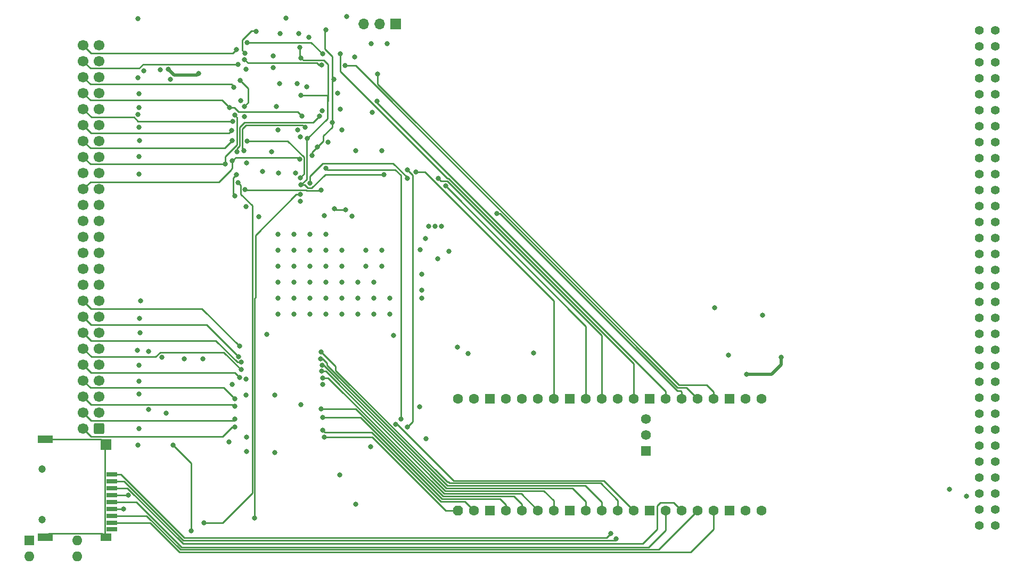
<source format=gbr>
%TF.GenerationSoftware,KiCad,Pcbnew,8.0.7*%
%TF.CreationDate,2024-12-24T20:08:54+01:00*%
%TF.ProjectId,Desktop_50_Pin_TopConn,4465736b-746f-4705-9f35-305f50696e5f,1.01*%
%TF.SameCoordinates,Original*%
%TF.FileFunction,Copper,L4,Bot*%
%TF.FilePolarity,Positive*%
%FSLAX46Y46*%
G04 Gerber Fmt 4.6, Leading zero omitted, Abs format (unit mm)*
G04 Created by KiCad (PCBNEW 8.0.7) date 2024-12-24 20:08:54*
%MOMM*%
%LPD*%
G01*
G04 APERTURE LIST*
G04 Aperture macros list*
%AMRoundRect*
0 Rectangle with rounded corners*
0 $1 Rounding radius*
0 $2 $3 $4 $5 $6 $7 $8 $9 X,Y pos of 4 corners*
0 Add a 4 corners polygon primitive as box body*
4,1,4,$2,$3,$4,$5,$6,$7,$8,$9,$2,$3,0*
0 Add four circle primitives for the rounded corners*
1,1,$1+$1,$2,$3*
1,1,$1+$1,$4,$5*
1,1,$1+$1,$6,$7*
1,1,$1+$1,$8,$9*
0 Add four rect primitives between the rounded corners*
20,1,$1+$1,$2,$3,$4,$5,0*
20,1,$1+$1,$4,$5,$6,$7,0*
20,1,$1+$1,$6,$7,$8,$9,0*
20,1,$1+$1,$8,$9,$2,$3,0*%
%AMFreePoly0*
4,1,26,0.335306,0.780194,0.389950,0.741421,0.741421,0.389950,0.788777,0.314585,0.800000,0.248529,0.800000,-0.248529,0.780194,-0.335306,0.741421,-0.389950,0.389950,-0.741421,0.314585,-0.788777,0.248529,-0.800000,0.000000,-0.800000,-0.248529,-0.800000,-0.335306,-0.780194,-0.389950,-0.741421,-0.741421,-0.389950,-0.788777,-0.314585,-0.800000,-0.248529,-0.800000,0.248529,-0.780194,0.335306,
-0.741421,0.389950,-0.389950,0.741421,-0.314585,0.788777,-0.248529,0.800000,0.248529,0.800000,0.335306,0.780194,0.335306,0.780194,$1*%
G04 Aperture macros list end*
%TA.AperFunction,ComponentPad*%
%ADD10RoundRect,0.250000X0.600000X0.600000X-0.600000X0.600000X-0.600000X-0.600000X0.600000X-0.600000X0*%
%TD*%
%TA.AperFunction,ComponentPad*%
%ADD11C,1.700000*%
%TD*%
%TA.AperFunction,ComponentPad*%
%ADD12C,1.422400*%
%TD*%
%TA.AperFunction,ComponentPad*%
%ADD13R,1.600000X1.600000*%
%TD*%
%TA.AperFunction,ComponentPad*%
%ADD14O,1.600000X1.600000*%
%TD*%
%TA.AperFunction,ComponentPad*%
%ADD15R,1.700000X1.700000*%
%TD*%
%TA.AperFunction,ComponentPad*%
%ADD16O,1.700000X1.700000*%
%TD*%
%TA.AperFunction,ComponentPad*%
%ADD17FreePoly0,90.000000*%
%TD*%
%TA.AperFunction,ComponentPad*%
%ADD18C,1.600000*%
%TD*%
%TA.AperFunction,ComponentPad*%
%ADD19RoundRect,0.200000X0.600000X-0.600000X0.600000X0.600000X-0.600000X0.600000X-0.600000X-0.600000X0*%
%TD*%
%TA.AperFunction,ComponentPad*%
%ADD20R,1.574800X1.574800*%
%TD*%
%TA.AperFunction,ComponentPad*%
%ADD21C,1.574800*%
%TD*%
%TA.AperFunction,WasherPad*%
%ADD22C,1.200000*%
%TD*%
%TA.AperFunction,SMDPad,CuDef*%
%ADD23R,1.700000X0.700000*%
%TD*%
%TA.AperFunction,SMDPad,CuDef*%
%ADD24R,2.400000X1.300000*%
%TD*%
%TA.AperFunction,SMDPad,CuDef*%
%ADD25R,1.700000X1.300000*%
%TD*%
%TA.AperFunction,SMDPad,CuDef*%
%ADD26R,1.700000X1.800000*%
%TD*%
%TA.AperFunction,ViaPad*%
%ADD27C,0.800000*%
%TD*%
%TA.AperFunction,Conductor*%
%ADD28C,0.250000*%
%TD*%
%TA.AperFunction,Conductor*%
%ADD29C,0.500000*%
%TD*%
G04 APERTURE END LIST*
D10*
%TO.P,J2,1,Pin_1*%
%TO.N,GND*%
X-7750000Y-69950000D03*
D11*
%TO.P,J2,2,Pin_2*%
%TO.N,DB0*%
X-10290000Y-69950000D03*
%TO.P,J2,3,Pin_3*%
%TO.N,GND*%
X-7750000Y-67410000D03*
%TO.P,J2,4,Pin_4*%
%TO.N,DB1*%
X-10290000Y-67410000D03*
%TO.P,J2,5,Pin_5*%
%TO.N,GND*%
X-7750000Y-64870000D03*
%TO.P,J2,6,Pin_6*%
%TO.N,DB2*%
X-10290000Y-64870000D03*
%TO.P,J2,7,Pin_7*%
%TO.N,GND*%
X-7750000Y-62330000D03*
%TO.P,J2,8,Pin_8*%
%TO.N,DB3*%
X-10290000Y-62330000D03*
%TO.P,J2,9,Pin_9*%
%TO.N,GND*%
X-7750000Y-59790000D03*
%TO.P,J2,10,Pin_10*%
%TO.N,DB4*%
X-10290000Y-59790000D03*
%TO.P,J2,11,Pin_11*%
%TO.N,GND*%
X-7750000Y-57250000D03*
%TO.P,J2,12,Pin_12*%
%TO.N,DB5*%
X-10290000Y-57250000D03*
%TO.P,J2,13,Pin_13*%
%TO.N,GND*%
X-7750000Y-54710000D03*
%TO.P,J2,14,Pin_14*%
%TO.N,DB6*%
X-10290000Y-54710000D03*
%TO.P,J2,15,Pin_15*%
%TO.N,GND*%
X-7750000Y-52170000D03*
%TO.P,J2,16,Pin_16*%
%TO.N,DB7*%
X-10290000Y-52170000D03*
%TO.P,J2,17,Pin_17*%
%TO.N,GND*%
X-7750000Y-49630000D03*
%TO.P,J2,18,Pin_18*%
%TO.N,DBP*%
X-10290000Y-49630000D03*
%TO.P,J2,19,Pin_19*%
%TO.N,GND*%
X-7750000Y-47090000D03*
%TO.P,J2,20,Pin_20*%
%TO.N,unconnected-(J2-Pin_20-Pad20)*%
X-10290000Y-47090000D03*
%TO.P,J2,21,Pin_21*%
%TO.N,GND*%
X-7750000Y-44550000D03*
%TO.P,J2,22,Pin_22*%
%TO.N,unconnected-(J2-Pin_22-Pad22)*%
X-10290000Y-44550000D03*
%TO.P,J2,23,Pin_23*%
%TO.N,GND*%
X-7750000Y-42010000D03*
%TO.P,J2,24,Pin_24*%
%TO.N,unconnected-(J2-Pin_24-Pad24)*%
X-10290000Y-42010000D03*
%TO.P,J2,25,Pin_25*%
%TO.N,unconnected-(J2-Pin_25-Pad25)*%
X-7750000Y-39470000D03*
%TO.P,J2,26,Pin_26*%
%TO.N,+5V*%
X-10290000Y-39470000D03*
%TO.P,J2,27,Pin_27*%
%TO.N,GND*%
X-7750000Y-36930000D03*
%TO.P,J2,28,Pin_28*%
%TO.N,unconnected-(J2-Pin_28-Pad28)*%
X-10290000Y-36930000D03*
%TO.P,J2,29,Pin_29*%
%TO.N,GND*%
X-7750000Y-34390000D03*
%TO.P,J2,30,Pin_30*%
%TO.N,unconnected-(J2-Pin_30-Pad30)*%
X-10290000Y-34390000D03*
%TO.P,J2,31,Pin_31*%
%TO.N,GND*%
X-7750000Y-31850000D03*
%TO.P,J2,32,Pin_32*%
%TO.N,ATN*%
X-10290000Y-31850000D03*
%TO.P,J2,33,Pin_33*%
%TO.N,GND*%
X-7750000Y-29310000D03*
%TO.P,J2,34,Pin_34*%
%TO.N,unconnected-(J2-Pin_34-Pad34)*%
X-10290000Y-29310000D03*
%TO.P,J2,35,Pin_35*%
%TO.N,GND*%
X-7750000Y-26770000D03*
%TO.P,J2,36,Pin_36*%
%TO.N,BSY*%
X-10290000Y-26770000D03*
%TO.P,J2,37,Pin_37*%
%TO.N,GND*%
X-7750000Y-24230000D03*
%TO.P,J2,38,Pin_38*%
%TO.N,ACK*%
X-10290000Y-24230000D03*
%TO.P,J2,39,Pin_39*%
%TO.N,GND*%
X-7750000Y-21690000D03*
%TO.P,J2,40,Pin_40*%
%TO.N,RST*%
X-10290000Y-21690000D03*
%TO.P,J2,41,Pin_41*%
%TO.N,GND*%
X-7750000Y-19150000D03*
%TO.P,J2,42,Pin_42*%
%TO.N,MSG*%
X-10290000Y-19150000D03*
%TO.P,J2,43,Pin_43*%
%TO.N,GND*%
X-7750000Y-16610000D03*
%TO.P,J2,44,Pin_44*%
%TO.N,SEL*%
X-10290000Y-16610000D03*
%TO.P,J2,45,Pin_45*%
%TO.N,GND*%
X-7750000Y-14070000D03*
%TO.P,J2,46,Pin_46*%
%TO.N,CD*%
X-10290000Y-14070000D03*
%TO.P,J2,47,Pin_47*%
%TO.N,GND*%
X-7750000Y-11530000D03*
%TO.P,J2,48,Pin_48*%
%TO.N,REQ*%
X-10290000Y-11530000D03*
%TO.P,J2,49,Pin_49*%
%TO.N,GND*%
X-7750000Y-8990000D03*
%TO.P,J2,50,Pin_50*%
%TO.N,IO*%
X-10290000Y-8990000D03*
%TD*%
D12*
%TO.P,J1,A1,Pin_a1*%
%TO.N,unconnected-(J1-Pin_a1-PadA1)*%
X134710000Y-6630000D03*
%TO.P,J1,A2,Pin_a2*%
%TO.N,GND*%
X134710000Y-9170000D03*
%TO.P,J1,A3,Pin_a3*%
%TO.N,unconnected-(J1-Pin_a3-PadA3)*%
X134710000Y-11710000D03*
%TO.P,J1,A4,Pin_a4*%
%TO.N,unconnected-(J1-Pin_a4-PadA4)*%
X134710000Y-14250000D03*
%TO.P,J1,A5,Pin_a5*%
%TO.N,unconnected-(J1-Pin_a5-PadA5)*%
X134710000Y-16790000D03*
%TO.P,J1,A6,Pin_a6*%
%TO.N,unconnected-(J1-Pin_a6-PadA6)*%
X134710000Y-19330000D03*
%TO.P,J1,A7,Pin_a7*%
%TO.N,unconnected-(J1-Pin_a7-PadA7)*%
X134710000Y-21870000D03*
%TO.P,J1,A8,Pin_a8*%
%TO.N,unconnected-(J1-Pin_a8-PadA8)*%
X134710000Y-24410000D03*
%TO.P,J1,A9,Pin_a9*%
%TO.N,unconnected-(J1-Pin_a9-PadA9)*%
X134710000Y-26950000D03*
%TO.P,J1,A10,Pin_a10*%
%TO.N,unconnected-(J1-Pin_a10-PadA10)*%
X134710000Y-29490000D03*
%TO.P,J1,A11,Pin_a11*%
%TO.N,unconnected-(J1-Pin_a11-PadA11)*%
X134710000Y-32030000D03*
%TO.P,J1,A12,Pin_a12*%
%TO.N,unconnected-(J1-Pin_a12-PadA12)*%
X134710000Y-34570000D03*
%TO.P,J1,A13,Pin_a13*%
%TO.N,unconnected-(J1-Pin_a13-PadA13)*%
X134710000Y-37110000D03*
%TO.P,J1,A14,Pin_a14*%
%TO.N,unconnected-(J1-Pin_a14-PadA14)*%
X134710000Y-39650000D03*
%TO.P,J1,A15,Pin_a15*%
%TO.N,unconnected-(J1-Pin_a15-PadA15)*%
X134710000Y-42190000D03*
%TO.P,J1,A16,Pin_a16*%
%TO.N,unconnected-(J1-Pin_a16-PadA16)*%
X134710000Y-44730000D03*
%TO.P,J1,A17,Pin_a17*%
%TO.N,unconnected-(J1-Pin_a17-PadA17)*%
X134710000Y-47270000D03*
%TO.P,J1,A18,Pin_a18*%
%TO.N,unconnected-(J1-Pin_a18-PadA18)*%
X134710000Y-49810000D03*
%TO.P,J1,A19,Pin_a19*%
%TO.N,unconnected-(J1-Pin_a19-PadA19)*%
X134710000Y-52350000D03*
%TO.P,J1,A20,Pin_a20*%
%TO.N,unconnected-(J1-Pin_a20-PadA20)*%
X134710000Y-54890000D03*
%TO.P,J1,A21,Pin_a21*%
%TO.N,unconnected-(J1-Pin_a21-PadA21)*%
X134710000Y-57430000D03*
%TO.P,J1,A22,Pin_a22*%
%TO.N,unconnected-(J1-Pin_a22-PadA22)*%
X134710000Y-59970000D03*
%TO.P,J1,A23,Pin_a23*%
%TO.N,unconnected-(J1-Pin_a23-PadA23)*%
X134710000Y-62510000D03*
%TO.P,J1,A24,Pin_a24*%
%TO.N,unconnected-(J1-Pin_a24-PadA24)*%
X134710000Y-65050000D03*
%TO.P,J1,A25,Pin_a25*%
%TO.N,unconnected-(J1-Pin_a25-PadA25)*%
X134710000Y-67590000D03*
%TO.P,J1,A26,Pin_a26*%
%TO.N,unconnected-(J1-Pin_a26-PadA26)*%
X134710000Y-70130000D03*
%TO.P,J1,A27,Pin_a27*%
%TO.N,unconnected-(J1-Pin_a27-PadA27)*%
X134710000Y-72670000D03*
%TO.P,J1,A28,Pin_a28*%
%TO.N,unconnected-(J1-Pin_a28-PadA28)*%
X134710000Y-75210000D03*
%TO.P,J1,A29,Pin_a29*%
%TO.N,unconnected-(J1-Pin_a29-PadA29)*%
X134710000Y-77750000D03*
%TO.P,J1,A30,Pin_a30*%
%TO.N,unconnected-(J1-Pin_a30-PadA30)*%
X134710000Y-80290000D03*
%TO.P,J1,A31,Pin_a31*%
%TO.N,+5F*%
X134710000Y-82830000D03*
%TO.P,J1,A32,Pin_a32*%
%TO.N,unconnected-(J1-Pin_a32-PadA32)*%
X134710000Y-85370000D03*
%TO.P,J1,B1,Pin_b1*%
%TO.N,unconnected-(J1-Pin_b1-PadB1)*%
X132170000Y-6630000D03*
%TO.P,J1,B2,Pin_b2*%
%TO.N,GND*%
X132170000Y-9170000D03*
%TO.P,J1,B3,Pin_b3*%
%TO.N,unconnected-(J1-Pin_b3-PadB3)*%
X132170000Y-11710000D03*
%TO.P,J1,B4,Pin_b4*%
%TO.N,unconnected-(J1-Pin_b4-PadB4)*%
X132170000Y-14250000D03*
%TO.P,J1,B5,Pin_b5*%
%TO.N,unconnected-(J1-Pin_b5-PadB5)*%
X132170000Y-16790000D03*
%TO.P,J1,B6,Pin_b6*%
%TO.N,unconnected-(J1-Pin_b6-PadB6)*%
X132170000Y-19330000D03*
%TO.P,J1,B7,Pin_b7*%
%TO.N,unconnected-(J1-Pin_b7-PadB7)*%
X132170000Y-21870000D03*
%TO.P,J1,B8,Pin_b8*%
%TO.N,unconnected-(J1-Pin_b8-PadB8)*%
X132170000Y-24410000D03*
%TO.P,J1,B9,Pin_b9*%
%TO.N,unconnected-(J1-Pin_b9-PadB9)*%
X132170000Y-26950000D03*
%TO.P,J1,B10,Pin_b10*%
%TO.N,unconnected-(J1-Pin_b10-PadB10)*%
X132170000Y-29490000D03*
%TO.P,J1,B11,Pin_b11*%
%TO.N,unconnected-(J1-Pin_b11-PadB11)*%
X132170000Y-32030000D03*
%TO.P,J1,B12,Pin_b12*%
%TO.N,unconnected-(J1-Pin_b12-PadB12)*%
X132170000Y-34570000D03*
%TO.P,J1,B13,Pin_b13*%
%TO.N,unconnected-(J1-Pin_b13-PadB13)*%
X132170000Y-37110000D03*
%TO.P,J1,B14,Pin_b14*%
%TO.N,unconnected-(J1-Pin_b14-PadB14)*%
X132170000Y-39650000D03*
%TO.P,J1,B15,Pin_b15*%
%TO.N,unconnected-(J1-Pin_b15-PadB15)*%
X132170000Y-42190000D03*
%TO.P,J1,B16,Pin_b16*%
%TO.N,unconnected-(J1-Pin_b16-PadB16)*%
X132170000Y-44730000D03*
%TO.P,J1,B17,Pin_b17*%
%TO.N,unconnected-(J1-Pin_b17-PadB17)*%
X132170000Y-47270000D03*
%TO.P,J1,B18,Pin_b18*%
%TO.N,unconnected-(J1-Pin_b18-PadB18)*%
X132170000Y-49810000D03*
%TO.P,J1,B19,Pin_b19*%
%TO.N,unconnected-(J1-Pin_b19-PadB19)*%
X132170000Y-52350000D03*
%TO.P,J1,B20,Pin_b20*%
%TO.N,unconnected-(J1-Pin_b20-PadB20)*%
X132170000Y-54890000D03*
%TO.P,J1,B21,Pin_b21*%
%TO.N,unconnected-(J1-Pin_b21-PadB21)*%
X132170000Y-57430000D03*
%TO.P,J1,B22,Pin_b22*%
%TO.N,unconnected-(J1-Pin_b22-PadB22)*%
X132170000Y-59970000D03*
%TO.P,J1,B23,Pin_b23*%
%TO.N,unconnected-(J1-Pin_b23-PadB23)*%
X132170000Y-62510000D03*
%TO.P,J1,B24,Pin_b24*%
%TO.N,unconnected-(J1-Pin_b24-PadB24)*%
X132170000Y-65050000D03*
%TO.P,J1,B25,Pin_b25*%
%TO.N,unconnected-(J1-Pin_b25-PadB25)*%
X132170000Y-67590000D03*
%TO.P,J1,B26,Pin_b26*%
%TO.N,unconnected-(J1-Pin_b26-PadB26)*%
X132170000Y-70130000D03*
%TO.P,J1,B27,Pin_b27*%
%TO.N,unconnected-(J1-Pin_b27-PadB27)*%
X132170000Y-72670000D03*
%TO.P,J1,B28,Pin_b28*%
%TO.N,unconnected-(J1-Pin_b28-PadB28)*%
X132170000Y-75210000D03*
%TO.P,J1,B29,Pin_b29*%
%TO.N,unconnected-(J1-Pin_b29-PadB29)*%
X132170000Y-77750000D03*
%TO.P,J1,B30,Pin_b30*%
%TO.N,unconnected-(J1-Pin_b30-PadB30)*%
X132170000Y-80290000D03*
%TO.P,J1,B31,Pin_b31*%
%TO.N,+5F*%
X132170000Y-82830000D03*
%TO.P,J1,B32,Pin_b32*%
%TO.N,unconnected-(J1-Pin_b32-PadB32)*%
X132170000Y-85370000D03*
%TD*%
D13*
%TO.P,J13,1*%
%TO.N,ACKDr*%
X-18851000Y-87731000D03*
D14*
%TO.P,J13,2*%
%TO.N,GND*%
X-18851000Y-90271000D03*
%TO.P,J13,3*%
%TO.N,TRM_ON_J*%
X-11231000Y-90271000D03*
%TO.P,J13,4*%
%TO.N,ACK*%
X-11231000Y-87731000D03*
%TD*%
D15*
%TO.P,J10,1,Pin_1*%
%TO.N,Net-(J10-Pin_1)*%
X39395200Y-5618200D03*
D16*
%TO.P,J10,2,Pin_2*%
%TO.N,oCD_iSEL*%
X36855200Y-5618200D03*
%TO.P,J10,3,Pin_3*%
%TO.N,Net-(J10-Pin_3)*%
X34315200Y-5618200D03*
%TD*%
D17*
%TO.P,RP1,1,G0*%
%TO.N,Net-(RP1-G0)*%
X49301200Y-83012000D03*
D18*
%TO.P,RP1,2,G1*%
%TO.N,Net-(RP1-G1)*%
X51841200Y-83012000D03*
D19*
%TO.P,RP1,3,GND*%
%TO.N,GND*%
X54381200Y-83012000D03*
D18*
%TO.P,RP1,4,G2*%
%TO.N,Net-(RP1-G2)*%
X56921200Y-83012000D03*
%TO.P,RP1,5,G3*%
%TO.N,Net-(RP1-G3)*%
X59461200Y-83012000D03*
%TO.P,RP1,6,G4*%
%TO.N,Net-(RP1-G4)*%
X62001200Y-83012000D03*
%TO.P,RP1,7,G5*%
%TO.N,Net-(RP1-G5)*%
X64541200Y-83012000D03*
D19*
%TO.P,RP1,8,GND*%
%TO.N,GND*%
X67081200Y-83012000D03*
D18*
%TO.P,RP1,9,G6*%
%TO.N,Net-(RP1-G6)*%
X69621200Y-83012000D03*
%TO.P,RP1,10,G7*%
%TO.N,Net-(RP1-G7)*%
X72161200Y-83012000D03*
%TO.P,RP1,11,G8*%
%TO.N,Net-(RP1-G8)*%
X74701200Y-83012000D03*
%TO.P,RP1,12,G9*%
%TO.N,DBPTr*%
X77241200Y-83012000D03*
D19*
%TO.P,RP1,13,GND*%
%TO.N,GND*%
X79781200Y-83012000D03*
D18*
%TO.P,RP1,14,G10*%
%TO.N,SD_CLK*%
X82321200Y-83012000D03*
%TO.P,RP1,15,G11*%
%TO.N,SD_CMD_MOSI*%
X84861200Y-83012000D03*
%TO.P,RP1,16,G12*%
%TO.N,SD_D0_MISO*%
X87401200Y-83012000D03*
%TO.P,RP1,17,G13*%
%TO.N,SD_D1*%
X89941200Y-83012000D03*
D19*
%TO.P,RP1,18,GND*%
%TO.N,GND*%
X92481200Y-83012000D03*
D18*
%TO.P,RP1,19,G14*%
%TO.N,SD_D2*%
X95021200Y-83012000D03*
%TO.P,RP1,20,G15*%
%TO.N,SD_D3_CS*%
X97561200Y-83012000D03*
%TO.P,RP1,21,G16*%
%TO.N,SDA*%
X97561200Y-65232000D03*
%TO.P,RP1,22,G17*%
%TO.N,SCL*%
X95021200Y-65232000D03*
D19*
%TO.P,RP1,23,GND*%
%TO.N,GND*%
X92481200Y-65232000D03*
D18*
%TO.P,RP1,24,G18*%
%TO.N,oCD_iSEL*%
X89941200Y-65232000D03*
%TO.P,RP1,25,G19*%
%TO.N,oREQ*%
X87401200Y-65232000D03*
%TO.P,RP1,26,G20*%
%TO.N,oMSG_iBSY*%
X84861200Y-65232000D03*
%TO.P,RP1,27,G21*%
%TO.N,oSEL*%
X82321200Y-65232000D03*
D19*
%TO.P,RP1,28,GND*%
%TO.N,GND*%
X79781200Y-65232000D03*
D18*
%TO.P,RP1,29,G22*%
%TO.N,oIO*%
X77241200Y-65232000D03*
%TO.P,RP1,30,RUN*%
%TO.N,unconnected-(RP1-RUN-Pad30)*%
X74701200Y-65232000D03*
%TO.P,RP1,31,G26*%
%TO.N,oACK*%
X72161200Y-65232000D03*
%TO.P,RP1,32,G27*%
%TO.N,oBSY*%
X69621200Y-65232000D03*
D19*
%TO.P,RP1,33,A_GND*%
%TO.N,GND*%
X67081200Y-65232000D03*
D18*
%TO.P,RP1,34,G28*%
%TO.N,Net-(RP1-G28)*%
X64541200Y-65232000D03*
%TO.P,RP1,35,ADC_VREF*%
%TO.N,unconnected-(RP1-ADC_VREF-Pad35)*%
X62001200Y-65232000D03*
%TO.P,RP1,36,3v3*%
%TO.N,+3V3*%
X59461200Y-65232000D03*
%TO.P,RP1,37,3v3_EN*%
%TO.N,unconnected-(RP1-3v3_EN-Pad37)*%
X56921200Y-65232000D03*
D19*
%TO.P,RP1,38,GND*%
%TO.N,GND*%
X54381200Y-65232000D03*
D18*
%TO.P,RP1,39,VSYS*%
%TO.N,unconnected-(RP1-VSYS-Pad39)_1*%
X51841200Y-65232000D03*
%TO.P,RP1,40,VBUS_5V*%
%TO.N,+5F*%
X49301200Y-65232000D03*
D20*
%TO.P,RP1,41*%
%TO.N,N/C*%
X79131200Y-73537800D03*
D21*
%TO.P,RP1,42*%
X79131200Y-70997800D03*
%TO.P,RP1,43*%
X79131200Y-68457800D03*
%TD*%
D22*
%TO.P,J4,*%
%TO.N,*%
X-16815000Y-84409000D03*
X-16815000Y-76409000D03*
D23*
%TO.P,J4,1,DAT2*%
%TO.N,SD_D2*%
X-5765000Y-77209000D03*
%TO.P,J4,2,DAT3/CD*%
%TO.N,SD_D3_CS*%
X-5765000Y-78309000D03*
%TO.P,J4,3,CMD*%
%TO.N,SD_CMD_MOSI*%
X-5765000Y-79409000D03*
%TO.P,J4,4,VDD*%
%TO.N,+3V3*%
X-5765000Y-80509000D03*
%TO.P,J4,5,CLK*%
%TO.N,SD_CLK*%
X-5765000Y-81609000D03*
%TO.P,J4,6,VSS*%
%TO.N,GND*%
X-5765000Y-82709000D03*
%TO.P,J4,7,DAT0*%
%TO.N,SD_D0_MISO*%
X-5765000Y-83809000D03*
%TO.P,J4,8,DAT1*%
%TO.N,SD_D1*%
X-5765000Y-84909000D03*
%TO.P,J4,9,CD*%
%TO.N,unconnected-(J4-CD-Pad9)*%
X-5765000Y-86009000D03*
D24*
%TO.P,J4,10,SHIELD*%
%TO.N,unconnected-(J4-SHIELD-Pad10)*%
X-16315000Y-87259000D03*
D25*
X-6715000Y-87259000D03*
D26*
X-6715000Y-72509000D03*
D24*
X-16315000Y-71659000D03*
%TD*%
D27*
%TO.N,GND*%
X44170400Y-71582000D03*
X20777000Y-29291000D03*
X15316000Y-20388000D03*
X-1448000Y-69931000D03*
X127457000Y-79583000D03*
X2235000Y-58628000D03*
X24333000Y-66121000D03*
X15652009Y-27683000D03*
X-1702000Y-57485000D03*
X43510000Y-47960000D03*
X92278000Y-58247000D03*
X-1346400Y-52430400D03*
X20396000Y-18750000D03*
X30454400Y-77373200D03*
X39039600Y-55173600D03*
X90119000Y-50754000D03*
X46050000Y-42930800D03*
X33045200Y-25760400D03*
X130124000Y-80726000D03*
X50876000Y-57993000D03*
X3530400Y-14432000D03*
X43510000Y-45420000D03*
X97684751Y-51969745D03*
X30175000Y-16591000D03*
X38049000Y-8717000D03*
X20650000Y-22446000D03*
X2870000Y-67518000D03*
X28066800Y-36072800D03*
X-1346400Y-24134800D03*
X-1448000Y-22052000D03*
X21031000Y-7103600D03*
X19888000Y-10723600D03*
X25222000Y-15575000D03*
X37160000Y-25735000D03*
X17652800Y-36276000D03*
X61289994Y-57916797D03*
X43154400Y-66502000D03*
X-1575000Y-72598000D03*
X33045200Y-81996000D03*
X31572000Y-4399000D03*
X35382000Y-72852000D03*
X32461000Y-36149000D03*
X15557506Y-34634788D03*
X15597804Y-12836795D03*
X1991792Y-12908000D03*
X35509000Y-8717000D03*
X18922800Y-55021200D03*
X15592227Y-62105153D03*
X12903000Y-72090000D03*
X24263522Y-33792867D03*
X43510000Y-49230000D03*
X-1295600Y-54767200D03*
X20904000Y-15067000D03*
X-1575000Y-20020000D03*
X-1143200Y-49636400D03*
X-1397200Y-26725600D03*
X76000Y-66883000D03*
X18237000Y-29037000D03*
X32842000Y-10876000D03*
X49225000Y-56977000D03*
X19684800Y-25912800D03*
X25603000Y-7701000D03*
X20142000Y-64597000D03*
X14775200Y-17849978D03*
X43256000Y-41483000D03*
X27762000Y-62946000D03*
X21920000Y-4653000D03*
X47828000Y-41737000D03*
X13411000Y-62946000D03*
X-3861000Y-82758000D03*
X35636000Y-19639000D03*
X-1397200Y-29468800D03*
X20142000Y-73741000D03*
X30810000Y-22433000D03*
X15697000Y-71328000D03*
X44145000Y-39705000D03*
X19888000Y-12552400D03*
X30556000Y-19131000D03*
X-1575000Y-4780000D03*
%TO.N,+2V8*%
X23444000Y-29291000D03*
X37160000Y-44150000D03*
X28270000Y-49230000D03*
X24216139Y-23533000D03*
X-1448000Y-64470000D03*
X34620000Y-44150000D03*
X3225600Y-12780996D03*
X23698000Y-15080000D03*
X28270000Y-41610000D03*
X15697000Y-73614000D03*
X38430000Y-49230000D03*
X33329601Y-46680956D03*
X-686003Y-13035003D03*
X20650000Y-41610000D03*
X28270000Y-44150000D03*
X27726293Y-19429309D03*
X23190000Y-51770000D03*
X-1448000Y-59898000D03*
X-1448000Y-18877000D03*
X-1448000Y-62438000D03*
X23825000Y-22446000D03*
X20650000Y-49230000D03*
X30810000Y-51770000D03*
X20650000Y-44150000D03*
X30810000Y-41610000D03*
X30810000Y-49230000D03*
X34620000Y-41610000D03*
X38430000Y-51770000D03*
X25730000Y-51770000D03*
X35890000Y-46690000D03*
X35890000Y-49230000D03*
X5791000Y-58882000D03*
X25730000Y-46690000D03*
X23190000Y-46690000D03*
X131999Y-57683001D03*
X35890000Y-51770000D03*
X25730000Y-44150000D03*
X8036992Y-13502992D03*
X25730000Y-49230000D03*
X28270000Y-39070000D03*
X30810000Y-46690000D03*
X23190000Y-49230000D03*
X23190000Y-39070000D03*
X23952000Y-7103600D03*
X30810000Y-44150000D03*
X25730000Y-41610000D03*
X20650000Y-51770000D03*
X33350000Y-51770000D03*
X28654050Y-24410989D03*
X25730000Y-39070000D03*
X8712000Y-58882000D03*
X28270000Y-46690000D03*
X-1575000Y-14178000D03*
X37160000Y-41610000D03*
X-1448000Y-16718000D03*
X15570000Y-64597000D03*
X23190000Y-41610000D03*
X20650000Y-39070000D03*
X28270000Y-51770000D03*
X20650000Y-46690000D03*
X33350000Y-49230000D03*
X23190000Y-44150000D03*
%TO.N,oIO*%
X30556000Y-10368000D03*
X15728909Y-8564000D03*
X27762000Y-10368000D03*
%TO.N,oREQ*%
X27634999Y-12145998D03*
X15349096Y-11286795D03*
X31331000Y-12260000D03*
%TO.N,oSEL*%
X36398000Y-17861000D03*
%TO.N,oBSY*%
X17221000Y-6812000D03*
X28270000Y-6558000D03*
X47296508Y-31346492D03*
X26124000Y-26557413D03*
X26958733Y-25202136D03*
X15443000Y-10241000D03*
X29553000Y-14432000D03*
X29286000Y-21277000D03*
%TO.N,oCD_iSEL*%
X36525000Y-13543000D03*
%TO.N,ATN*%
X13418445Y-27370537D03*
X24116139Y-27088570D03*
%TO.N,BSY*%
X14030654Y-29597564D03*
X13769375Y-20134730D03*
X13792000Y-32974000D03*
X12305019Y-27895002D03*
%TO.N,DBP*%
X14554000Y-56850000D03*
%TO.N,ACK*%
X14300000Y-30815000D03*
X8897181Y-84930000D03*
X13398000Y-24130223D03*
%TO.N,RST*%
X15209104Y-25759974D03*
X24968000Y-22052000D03*
X13304975Y-22560000D03*
%TO.N,MSG*%
X13471975Y-21102025D03*
%TO.N,SEL*%
X12994375Y-18940499D03*
X24460000Y-20274000D03*
%TO.N,CD*%
X13658400Y-15708600D03*
%TO.N,REQ*%
X14350800Y-12044400D03*
%TO.N,IO*%
X14046000Y-9718000D03*
%TO.N,DB7*%
X14427000Y-58501000D03*
%TO.N,DB6*%
X14808000Y-59424003D03*
%TO.N,DB5*%
X14808000Y-60600000D03*
%TO.N,DB4*%
X14576690Y-61838339D03*
%TO.N,DB3*%
X13792000Y-65232000D03*
%TO.N,DB2*%
X13792000Y-66423400D03*
%TO.N,DB1*%
X13792000Y-68401800D03*
%TO.N,DB0*%
X13792000Y-69700000D03*
%TO.N,+3V3*%
X-3162500Y-80535500D03*
X95199000Y-61295000D03*
X100660000Y-58628000D03*
%TO.N,oMSG_iBSY*%
X55448000Y-35768000D03*
X24205994Y-30053000D03*
X15748000Y-24211000D03*
X29667000Y-35006000D03*
X31445000Y-35133000D03*
%TO.N,+5F*%
X46685000Y-37800000D03*
X44653000Y-37800000D03*
X45669000Y-37800000D03*
%TO.N,DBPTr*%
X39355241Y-69259759D03*
%TO.N,SD_D2*%
X73583600Y-86618800D03*
%TO.N,SD_D3_CS*%
X74396400Y-87475600D03*
%TO.N,iRST*%
X14167945Y-25949761D03*
X27254000Y-20274000D03*
%TO.N,iACK*%
X15439000Y-31958000D03*
X27541508Y-32004508D03*
%TO.N,iSEL*%
X14681000Y-14559000D03*
X15316000Y-18750000D03*
%TO.N,TRM_ON_J*%
X4013001Y-72597998D03*
X6884142Y-86247560D03*
%TO.N,Net-(R56-Pad1)*%
X28270000Y-28542000D03*
X40208000Y-68407000D03*
%TO.N,oACK*%
X41211000Y-30180000D03*
X46177000Y-30180000D03*
X25716121Y-30955000D03*
%TO.N,Net-(RP1-G8)*%
X27558800Y-57815200D03*
%TO.N,Net-(RP1-G7)*%
X27457200Y-58882000D03*
%TO.N,Net-(RP1-G6)*%
X27711200Y-59898000D03*
%TO.N,Net-(RP1-G5)*%
X27609600Y-60863200D03*
%TO.N,Net-(RP1-G4)*%
X27820244Y-61897615D03*
%TO.N,Net-(RP1-G3)*%
X27558800Y-66857600D03*
%TO.N,!oBSY*%
X25349000Y-23830000D03*
X24176000Y-9339000D03*
X24333000Y-11003000D03*
X37541000Y-29545000D03*
X24333000Y-16972000D03*
X24333000Y-31196000D03*
%TO.N,Net-(RP1-G2)*%
X27812800Y-68178400D03*
%TO.N,Net-(RP1-G1)*%
X27812800Y-70261200D03*
%TO.N,Net-(RP1-G0)*%
X28016000Y-71315000D03*
%TO.N,Net-(RP1-G28)*%
X42621000Y-29164000D03*
%TO.N,ACKDr*%
X24182436Y-32746000D03*
X16967000Y-84155000D03*
%TO.N,Net-(R30-Pad1)*%
X41224000Y-28783000D03*
X41247492Y-69700492D03*
%TD*%
D28*
%TO.N,GND*%
X-5765000Y-82709000D02*
X-3910000Y-82709000D01*
X-3910000Y-82709000D02*
X-3861000Y-82758000D01*
D29*
%TO.N,+2V8*%
X3225600Y-12780996D02*
X4165404Y-13720800D01*
X7819184Y-13720800D02*
X8036992Y-13502992D01*
X4165404Y-13720800D02*
X7819184Y-13720800D01*
D28*
%TO.N,oIO*%
X47565490Y-30171492D02*
X30556000Y-13162002D01*
X77241200Y-65232000D02*
X77241200Y-59629482D01*
X25958000Y-8564000D02*
X27762000Y-10368000D01*
X47783210Y-30171492D02*
X47565490Y-30171492D01*
X15728909Y-8564000D02*
X25958000Y-8564000D01*
X30556000Y-13162002D02*
X30556000Y-10368000D01*
X77241200Y-59629482D02*
X47783210Y-30171492D01*
%TO.N,oREQ*%
X33013686Y-12260000D02*
X31331000Y-12260000D01*
X26844466Y-11841200D02*
X27149264Y-12145998D01*
X87401200Y-65232000D02*
X85623200Y-63454000D01*
X27149264Y-12145998D02*
X27634999Y-12145998D01*
X15903501Y-11841200D02*
X26844466Y-11841200D01*
X84207686Y-63454000D02*
X33013686Y-12260000D01*
X85623200Y-63454000D02*
X84207686Y-63454000D01*
X15349096Y-11286795D02*
X15903501Y-11841200D01*
%TO.N,oSEL*%
X36398000Y-18115000D02*
X36398000Y-17861000D01*
X82321200Y-65232000D02*
X82321200Y-64038200D01*
X82321200Y-64038200D02*
X36398000Y-18115000D01*
%TO.N,oBSY*%
X16459000Y-6685000D02*
X17094000Y-6685000D01*
X29286000Y-10795984D02*
X29286000Y-14051000D01*
X26124000Y-26557413D02*
X26124000Y-26036869D01*
X26124000Y-26036869D02*
X26958733Y-25202136D01*
X28124000Y-6704000D02*
X28124000Y-9633984D01*
X14953909Y-9751909D02*
X14953909Y-8190091D01*
X29286000Y-21277000D02*
X29286000Y-22005016D01*
X27889000Y-24271869D02*
X26958733Y-25202136D01*
X29286000Y-22005016D02*
X27889000Y-23402016D01*
X69621200Y-53671184D02*
X47296508Y-31346492D01*
X28124000Y-9633984D02*
X29286000Y-10795984D01*
X17094000Y-6685000D02*
X17221000Y-6812000D01*
X14953909Y-8190091D02*
X16459000Y-6685000D01*
X29305000Y-21258000D02*
X29286000Y-21277000D01*
X15443000Y-10241000D02*
X14953909Y-9751909D01*
X27889000Y-23402016D02*
X27889000Y-24271869D01*
X28270000Y-6558000D02*
X28124000Y-6704000D01*
X69621200Y-65232000D02*
X69621200Y-53671184D01*
X29286000Y-14051000D02*
X29305000Y-14070000D01*
X29305000Y-14070000D02*
X29305000Y-21258000D01*
%TO.N,SD_CLK*%
X-5765000Y-81609000D02*
X-1835000Y-81609000D01*
X82321200Y-86110800D02*
X82321200Y-83012000D01*
X-1835000Y-81609000D02*
X5372000Y-88816000D01*
X79616000Y-88816000D02*
X82321200Y-86110800D01*
X5372000Y-88816000D02*
X79616000Y-88816000D01*
%TO.N,oCD_iSEL*%
X89941200Y-64165200D02*
X88830000Y-63054000D01*
X84385000Y-63054000D02*
X36525000Y-15194000D01*
X36525000Y-15194000D02*
X36525000Y-13543000D01*
X89941200Y-65232000D02*
X89941200Y-64165200D01*
X88830000Y-63054000D02*
X84385000Y-63054000D01*
%TO.N,ATN*%
X11295016Y-30725000D02*
X13241713Y-28778303D01*
X13241713Y-28731176D02*
X13418445Y-28554444D01*
X13418445Y-28554444D02*
X13418445Y-27370537D01*
X13946845Y-26842137D02*
X13418445Y-27370537D01*
X-9165000Y-30725000D02*
X11295016Y-30725000D01*
X13241713Y-28778303D02*
X13241713Y-28731176D01*
X-10290000Y-31850000D02*
X-9165000Y-30725000D01*
X23869706Y-26842137D02*
X13946845Y-26842137D01*
X24116139Y-27088570D02*
X23869706Y-26842137D01*
%TO.N,BSY*%
X13525000Y-30103218D02*
X14030654Y-29597564D01*
X13792000Y-32974000D02*
X13525000Y-32707000D01*
X-9164998Y-27895002D02*
X12305019Y-27895002D01*
X14173000Y-20538355D02*
X14173000Y-24857630D01*
X13525000Y-32707000D02*
X13525000Y-30103218D01*
X13769375Y-20134730D02*
X14173000Y-20538355D01*
X-10290000Y-26770000D02*
X-9164998Y-27895002D01*
X14173000Y-24857630D02*
X12305019Y-26725611D01*
X12305019Y-26725611D02*
X12305019Y-27895002D01*
%TO.N,DBP*%
X-9039000Y-50881000D02*
X8585000Y-50881000D01*
X-10290000Y-49630000D02*
X-9039000Y-50881000D01*
X8585000Y-50881000D02*
X14554000Y-56850000D01*
%TO.N,ACK*%
X11874000Y-84930000D02*
X16567000Y-80237000D01*
X12173223Y-25355000D02*
X-9165000Y-25355000D01*
X14764000Y-32676000D02*
X14764000Y-31279000D01*
X16586000Y-49045320D02*
X16586000Y-34498000D01*
X13398000Y-24130223D02*
X12173223Y-25355000D01*
X16567000Y-80237000D02*
X16567000Y-49064319D01*
X8897181Y-84930000D02*
X11874000Y-84930000D01*
X16586000Y-34498000D02*
X14764000Y-32676000D01*
X16567000Y-49064319D02*
X16586000Y-49045320D01*
X-9165000Y-25355000D02*
X-10290000Y-24230000D01*
X14764000Y-31279000D02*
X14300000Y-30815000D01*
%TO.N,RST*%
X14973000Y-25523870D02*
X15209104Y-25759974D01*
X-10290000Y-21690000D02*
X-9023840Y-22956160D01*
X12908815Y-22956160D02*
X13304975Y-22560000D01*
X15616985Y-21671000D02*
X14973000Y-22314985D01*
X24968000Y-22052000D02*
X24587000Y-21671000D01*
X14973000Y-22314985D02*
X14973000Y-25523870D01*
X24587000Y-21671000D02*
X15616985Y-21671000D01*
X-9023840Y-22956160D02*
X12908815Y-22956160D01*
%TO.N,MSG*%
X-1588991Y-21102025D02*
X-2223000Y-20468016D01*
X-2223000Y-20468016D02*
X-8971984Y-20468016D01*
X13471975Y-21102025D02*
X-1588991Y-21102025D01*
X-8971984Y-20468016D02*
X-10290000Y-19150000D01*
%TO.N,SEL*%
X13728499Y-18940499D02*
X12994375Y-18940499D01*
X23799000Y-19613000D02*
X14401000Y-19613000D01*
X14401000Y-19613000D02*
X13728499Y-18940499D01*
X-10290000Y-16610000D02*
X-9165000Y-17735000D01*
X24460000Y-20274000D02*
X23799000Y-19613000D01*
X-9165000Y-17735000D02*
X11788876Y-17735000D01*
X11788876Y-17735000D02*
X12994375Y-18940499D01*
%TO.N,CD*%
X-9165000Y-15195000D02*
X13285000Y-15195000D01*
X13285000Y-15195000D02*
X13658400Y-15568400D01*
X-10290000Y-14070000D02*
X-9165000Y-15195000D01*
X13658400Y-15568400D02*
X13658400Y-15708600D01*
%TO.N,REQ*%
X-1402016Y-12655000D02*
X-791416Y-12044400D01*
X-791416Y-12044400D02*
X14350800Y-12044400D01*
X-9165000Y-12655000D02*
X-1402016Y-12655000D01*
X-10290000Y-11530000D02*
X-9165000Y-12655000D01*
%TO.N,IO*%
X-10290000Y-8990000D02*
X-9013000Y-10267000D01*
X13497000Y-10267000D02*
X14046000Y-9718000D01*
X-9013000Y-10267000D02*
X13497000Y-10267000D01*
%TO.N,DB7*%
X-9039000Y-53421000D02*
X9347000Y-53421000D01*
X-10290000Y-52170000D02*
X-9039000Y-53421000D01*
X9347000Y-53421000D02*
X14427000Y-58501000D01*
%TO.N,DB6*%
X-9039000Y-55961000D02*
X10790984Y-55961000D01*
X14253987Y-59424003D02*
X14808000Y-59424003D01*
X-10290000Y-54710000D02*
X-9039000Y-55961000D01*
X10790984Y-55961000D02*
X14253987Y-59424003D01*
%TO.N,DB5*%
X1913984Y-57853000D02*
X12061000Y-57853000D01*
X-10290000Y-57250000D02*
X-8979016Y-58560984D01*
X12061000Y-57853000D02*
X14808000Y-60600000D01*
X-8979016Y-58560984D02*
X1206000Y-58560984D01*
X1206000Y-58560984D02*
X1913984Y-57853000D01*
%TO.N,DB4*%
X13779351Y-61041000D02*
X14576690Y-61838339D01*
X-9039000Y-61041000D02*
X13779351Y-61041000D01*
X-10290000Y-59790000D02*
X-9039000Y-61041000D01*
%TO.N,DB3*%
X-10290000Y-62330000D02*
X-9165000Y-63455000D01*
X12015000Y-63455000D02*
X13792000Y-65232000D01*
X-9165000Y-63455000D02*
X12015000Y-63455000D01*
%TO.N,DB2*%
X13489600Y-66121000D02*
X13792000Y-66423400D01*
X-9039000Y-66121000D02*
X13489600Y-66121000D01*
X-10290000Y-64870000D02*
X-9039000Y-66121000D01*
%TO.N,DB1*%
X-10290000Y-67410000D02*
X-9039000Y-68661000D01*
X-9039000Y-68661000D02*
X13532800Y-68661000D01*
X13532800Y-68661000D02*
X13792000Y-68401800D01*
%TO.N,DB0*%
X-9039000Y-71201000D02*
X11887000Y-71201000D01*
X13388000Y-69700000D02*
X13792000Y-69700000D01*
X-10290000Y-69950000D02*
X-9039000Y-71201000D01*
X11887000Y-71201000D02*
X13388000Y-69700000D01*
D29*
%TO.N,+3V3*%
X99136000Y-61295000D02*
X95199000Y-61295000D01*
D28*
X-3189000Y-80509000D02*
X-3162500Y-80535500D01*
X-5765000Y-80509000D02*
X-3189000Y-80509000D01*
D29*
X100660000Y-58628000D02*
X100660000Y-59771000D01*
X100660000Y-59771000D02*
X99136000Y-61295000D01*
D28*
%TO.N,oMSG_iBSY*%
X24822000Y-26804984D02*
X22228016Y-24211000D01*
X22228016Y-24211000D02*
X15748000Y-24211000D01*
X55956000Y-35768000D02*
X55448000Y-35768000D01*
X29794000Y-35133000D02*
X31445000Y-35133000D01*
X29667000Y-35006000D02*
X29794000Y-35133000D01*
X84150000Y-63962000D02*
X55956000Y-35768000D01*
X84861200Y-65232000D02*
X84861200Y-64165200D01*
X24205994Y-30053000D02*
X24822000Y-29436994D01*
X84658000Y-63962000D02*
X84150000Y-63962000D01*
X84861200Y-64165200D02*
X84658000Y-63962000D01*
X24822000Y-29436994D02*
X24822000Y-26804984D01*
%TO.N,SD_CMD_MOSI*%
X80975000Y-82250000D02*
X80975000Y-85933000D01*
X84861200Y-83012000D02*
X83591200Y-81742000D01*
X83591200Y-81742000D02*
X81483000Y-81742000D01*
X80975000Y-85933000D02*
X78632400Y-88275600D01*
X5593600Y-88275600D02*
X-3273000Y-79409000D01*
X78632400Y-88275600D02*
X5593600Y-88275600D01*
X81483000Y-81742000D02*
X80975000Y-82250000D01*
X-3273000Y-79409000D02*
X-5765000Y-79409000D01*
%TO.N,SD_D0_MISO*%
X81197200Y-89216000D02*
X87401200Y-83012000D01*
X-5765000Y-83809000D02*
X-212314Y-83809000D01*
X5194686Y-89216000D02*
X81197200Y-89216000D01*
X-212314Y-83809000D02*
X5194686Y-89216000D01*
%TO.N,DBPTr*%
X39355241Y-69259759D02*
X39663759Y-69259759D01*
X48640800Y-78236800D02*
X72466000Y-78236800D01*
X72466000Y-78236800D02*
X77241200Y-83012000D01*
X39663759Y-69259759D02*
X48640800Y-78236800D01*
%TO.N,SD_D1*%
X-5757000Y-84917000D02*
X330000Y-84917000D01*
X5029000Y-89616000D02*
X86309000Y-89616000D01*
X330000Y-84917000D02*
X5029000Y-89616000D01*
X-5765000Y-84909000D02*
X-5757000Y-84917000D01*
X89941200Y-85983800D02*
X89941200Y-83012000D01*
X86309000Y-89616000D02*
X89941200Y-85983800D01*
%TO.N,SD_D2*%
X5791000Y-87330000D02*
X72872400Y-87330000D01*
X-4330000Y-77209000D02*
X5791000Y-87330000D01*
X72872400Y-87330000D02*
X73583600Y-86618800D01*
X-5765000Y-77209000D02*
X-4330000Y-77209000D01*
%TO.N,SD_D3_CS*%
X-5765000Y-78309000D02*
X-3807314Y-78309000D01*
X74142000Y-87730000D02*
X74396400Y-87475600D01*
X-3807314Y-78309000D02*
X5613686Y-87730000D01*
X5613686Y-87730000D02*
X74142000Y-87730000D01*
%TO.N,iRST*%
X14573000Y-22022298D02*
X14573000Y-25023315D01*
X14167945Y-25428370D02*
X14167945Y-25949761D01*
X27254000Y-20274000D02*
X26257000Y-21271000D01*
X14573000Y-25023315D02*
X14167945Y-25428370D01*
X26257000Y-21271000D02*
X15324298Y-21271000D01*
X15324298Y-21271000D02*
X14573000Y-22022298D01*
%TO.N,iACK*%
X15439000Y-31958000D02*
X15519000Y-32038000D01*
X25137419Y-32038000D02*
X25229419Y-32130000D01*
X15519000Y-32038000D02*
X25137419Y-32038000D01*
X25229419Y-32130000D02*
X27416016Y-32130000D01*
X27416016Y-32130000D02*
X27541508Y-32004508D01*
%TO.N,iSEL*%
X15964000Y-18102000D02*
X15316000Y-18750000D01*
X15964000Y-15842000D02*
X15964000Y-18102000D01*
X14681000Y-14559000D02*
X15964000Y-15842000D01*
%TO.N,TRM_ON_J*%
X4013001Y-72598001D02*
X4013001Y-72597998D01*
X6884142Y-86247560D02*
X6884142Y-75469142D01*
X6884142Y-75469142D02*
X4013001Y-72598001D01*
%TO.N,unconnected-(J4-SHIELD-Pad10)*%
X-7565000Y-71659000D02*
X-6715000Y-72509000D01*
X-6890000Y-72684000D02*
X-6715000Y-72509000D01*
X-16315000Y-87259000D02*
X-15712000Y-86656000D01*
X-6890000Y-87084000D02*
X-6890000Y-72684000D01*
X-15712000Y-86656000D02*
X-7318000Y-86656000D01*
X-7318000Y-86656000D02*
X-6715000Y-87259000D01*
X-6715000Y-87259000D02*
X-6890000Y-87084000D01*
X-16315000Y-71659000D02*
X-7565000Y-71659000D01*
%TO.N,Net-(R56-Pad1)*%
X40208000Y-29672000D02*
X39319000Y-28783000D01*
X40208000Y-68407000D02*
X40208000Y-29672000D01*
X28511000Y-28783000D02*
X28270000Y-28542000D01*
X39319000Y-28783000D02*
X28511000Y-28783000D01*
%TO.N,oACK*%
X25844000Y-30955000D02*
X25716121Y-30955000D01*
X46568492Y-30571492D02*
X46177000Y-30180000D01*
X27808984Y-27767000D02*
X25716121Y-29859863D01*
X25716121Y-29859863D02*
X25716121Y-30955000D01*
X25857000Y-30942000D02*
X25844000Y-30955000D01*
X72161200Y-55115168D02*
X47617524Y-30571492D01*
X41211000Y-29982314D02*
X38995686Y-27767000D01*
X41211000Y-30180000D02*
X41211000Y-29982314D01*
X47617524Y-30571492D02*
X46568492Y-30571492D01*
X38995686Y-27767000D02*
X27808984Y-27767000D01*
X72161200Y-65232000D02*
X72161200Y-55115168D01*
%TO.N,Net-(RP1-G8)*%
X29838400Y-60094800D02*
X27558800Y-57815200D01*
X47719514Y-78440000D02*
X47580886Y-78440000D01*
X47580886Y-78440000D02*
X29838400Y-60697514D01*
X29838400Y-60697514D02*
X29838400Y-60094800D01*
X74701200Y-81386400D02*
X71951600Y-78636800D01*
X74701200Y-83012000D02*
X74701200Y-81386400D01*
X71951600Y-78636800D02*
X47916314Y-78636800D01*
X47916314Y-78636800D02*
X47719514Y-78440000D01*
%TO.N,Net-(RP1-G7)*%
X28486200Y-59911000D02*
X47612000Y-79036800D01*
X72161200Y-81640400D02*
X72161200Y-83012000D01*
X27791216Y-58882000D02*
X28486200Y-59576984D01*
X27457200Y-58882000D02*
X27791216Y-58882000D01*
X28486200Y-59576984D02*
X28486200Y-59911000D01*
X69557600Y-79036800D02*
X72161200Y-81640400D01*
X47612000Y-79036800D02*
X69557600Y-79036800D01*
%TO.N,Net-(RP1-G6)*%
X27907514Y-59898000D02*
X27711200Y-59898000D01*
X67519200Y-79436800D02*
X47446314Y-79436800D01*
X47446314Y-79436800D02*
X27907514Y-59898000D01*
X69621200Y-81538800D02*
X67519200Y-79436800D01*
X69621200Y-83012000D02*
X69621200Y-81538800D01*
%TO.N,Net-(RP1-G5)*%
X62940800Y-79836800D02*
X64541200Y-81437200D01*
X47280628Y-79836800D02*
X62940800Y-79836800D01*
X28307028Y-60863200D02*
X47280628Y-79836800D01*
X27609600Y-60863200D02*
X28307028Y-60863200D01*
X64541200Y-81437200D02*
X64541200Y-83012000D01*
%TO.N,Net-(RP1-G4)*%
X47085685Y-80332400D02*
X28650900Y-61897615D01*
X59321600Y-80332400D02*
X47085685Y-80332400D01*
X62001200Y-83012000D02*
X59321600Y-80332400D01*
X28650900Y-61897615D02*
X27820244Y-61897615D01*
%TO.N,Net-(RP1-G3)*%
X27558800Y-66857600D02*
X33045200Y-66857600D01*
X46920000Y-80732400D02*
X58197600Y-80732400D01*
X59461200Y-81996000D02*
X59461200Y-83012000D01*
X58197600Y-80732400D02*
X59461200Y-81996000D01*
X33045200Y-66857600D02*
X46920000Y-80732400D01*
%TO.N,!oBSY*%
X24861105Y-31196000D02*
X25395105Y-31730000D01*
X24333000Y-31196000D02*
X25222000Y-30307000D01*
X26037137Y-31730000D02*
X28222137Y-29545000D01*
X25395105Y-31730000D02*
X26037137Y-31730000D01*
X28652866Y-17871134D02*
X28530000Y-17994000D01*
X24176000Y-10846000D02*
X24176000Y-9339000D01*
X25222000Y-30307000D02*
X25222000Y-23957000D01*
X25222000Y-23957000D02*
X25349000Y-23830000D01*
X28524000Y-18000000D02*
X28530000Y-17994000D01*
X27956016Y-11371000D02*
X28652866Y-12067850D01*
X24333000Y-11003000D02*
X24701000Y-11371000D01*
X24701000Y-11371000D02*
X27956016Y-11371000D01*
X28652866Y-12067850D02*
X28652866Y-17871134D01*
X28524000Y-20655000D02*
X28524000Y-18000000D01*
X28222137Y-29545000D02*
X37541000Y-29545000D01*
X24333000Y-31196000D02*
X24861105Y-31196000D01*
X28530000Y-17994000D02*
X28530000Y-16972000D01*
X25349000Y-23830000D02*
X28524000Y-20655000D01*
X28530000Y-16972000D02*
X24333000Y-16972000D01*
X24333000Y-11003000D02*
X24176000Y-10846000D01*
%TO.N,Net-(RP1-G2)*%
X33770172Y-68178400D02*
X27812800Y-68178400D01*
X55956000Y-81132400D02*
X46724172Y-81132400D01*
X46724172Y-81132400D02*
X33770172Y-68178400D01*
X56921200Y-82097600D02*
X55956000Y-81132400D01*
X56921200Y-83012000D02*
X56921200Y-82097600D01*
%TO.N,Net-(RP1-G1)*%
X35566086Y-70540000D02*
X46564886Y-81538800D01*
X46564886Y-81538800D02*
X50368000Y-81538800D01*
X28091600Y-70540000D02*
X35566086Y-70540000D01*
X27812800Y-70261200D02*
X28091600Y-70540000D01*
X50368000Y-81538800D02*
X51841200Y-83012000D01*
%TO.N,Net-(RP1-G0)*%
X49301200Y-83012000D02*
X47320000Y-83012000D01*
X35623000Y-71315000D02*
X28016000Y-71315000D01*
X47320000Y-83012000D02*
X35623000Y-71315000D01*
%TO.N,Net-(RP1-G28)*%
X44018000Y-29164000D02*
X42621000Y-29164000D01*
X64541200Y-49687200D02*
X44018000Y-29164000D01*
X64541200Y-65232000D02*
X64541200Y-49687200D01*
%TO.N,ACKDr*%
X23545000Y-32746000D02*
X24182436Y-32746000D01*
X16967000Y-49230005D02*
X17094000Y-49103005D01*
X17094000Y-49103005D02*
X17094000Y-39197000D01*
X16967000Y-84155000D02*
X16967000Y-49230005D01*
X17094000Y-39197000D02*
X23545000Y-32746000D01*
%TO.N,Net-(R30-Pad1)*%
X42087600Y-68860384D02*
X41247492Y-69700492D01*
X41224000Y-28783000D02*
X42087600Y-29646600D01*
X42087600Y-29646600D02*
X42087600Y-68860384D01*
%TD*%
M02*

</source>
